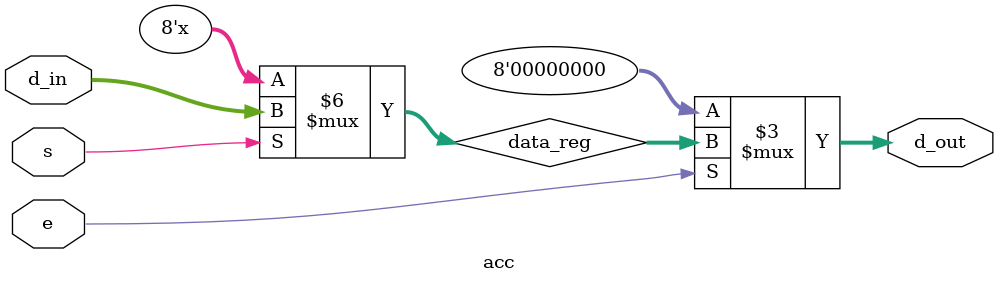
<source format=v>


`timescale 1ns / 1ps
module acc(
	input s,
	input e,
	input [7:0] d_in,
	output [7:0] d_out
	);
	
	reg [7:0] data_reg = 8'h00;
	
	always @(*)
		if(s == 1'b1)
			data_reg = d_in;
	
	assign d_out = e ? data_reg : 8'b0;
	
endmodule
</source>
